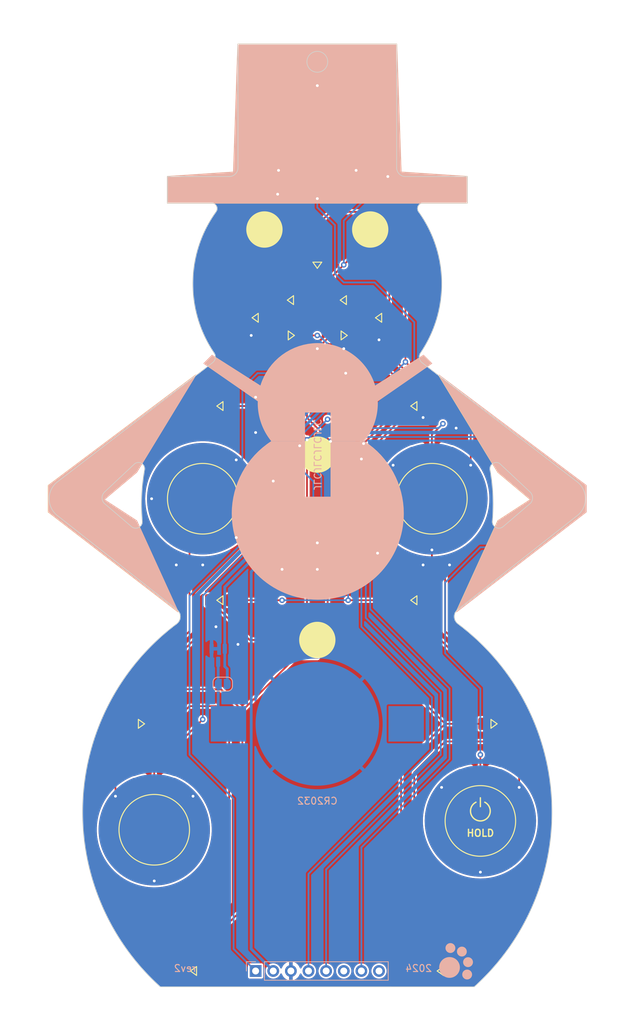
<source format=kicad_pcb>
(kicad_pcb (version 20241229) (generator "pcbnew") (generator_version "9.0")
  (layers (0 "F.Cu" signal) (2 "B.Cu" signal) (13 "F.Paste" user) (15 "B.Paste" user) (5 "F.SilkS" user "F.Silkscreen") (7 "B.SilkS" user "B.Silkscreen") (1 "F.Mask" user) (3 "B.Mask" user) (25 "Edge.Cuts" user))
  (net 0 "")
  (net 1 "VCC")
  (net 2 "GND")
  (net 3 "/COL1")
  (net 4 "/COL2")
  (net 5 "/COL3")
  (net 6 "/MCLR")
  (net 7 "/TX")
  (net 8 "/PGED")
  (net 9 "/PGEC")
  (net 10 "/ROW1")
  (net 11 "/T1")
  (net 12 "/GRD")
  (net 13 "/T2")
  (net 14 "/T3")
  (net 15 "/T4")
  (net 17 "/ROW2")
  (net 18 "/ROW3")
  (net 19 "/C1")
  (net 20 "/GRDA")
  (net 21 "/GRDB")
  (net 22 "/T5")
  (net 23 "/C2")
  (net 24 "/C3")
  (net 25 "/C4")
  (net 26 "/COL4")
  (net 28 "/VBATT")
  (footprint "WinterDeco:LED_1206_3216Metric_Pad1.42x1.75mm_Arrow_HandSolder" (layer "F.Cu") (at 161.29 71.12 180)
    (property "Reference" "DB12" (hide yes))
    (property "Value" "LED")
  )
  (footprint "WinterDeco:LED_1206_3216Metric_Pad1.42x1.75mm_Arrow_HandSolder" (layer "F.Cu") (at 179.07 109.22)
    (property "Reference" "DB21" (hide yes))
    (property "Value" "LED")
  )
  (footprint "WinterDeco:LED_1206_3216Metric_Pad1.42x1.75mm_Arrow_HandSolder" (layer "F.Cu") (at 168.91 71.12 180)
    (property "Reference" "DF42" (hide yes))
    (property "Value" "LED")
  )
  (footprint "WinterDeco:LED_1206_3216Metric_Pad1.42x1.75mm_Arrow_HandSolder" (layer "F.Cu") (at 165.1 106.045 180)
    (property "Reference" "DB31" (hide yes))
    (property "Value" "LED")
  )
  (footprint "WinterDeco:LED_1206_3216Metric_Pad1.42x1.75mm_Arrow_HandSolder" (layer "F.Cu") (at 156.21 68.58)
    (property "Reference" "DF13" (hide yes))
    (property "Value" "LED")
  )
  (footprint "WinterDeco:Touch Sensor Thin" (layer "F.Cu") (at 141.605 142.24 180)
    (property "Reference" "SW1" (hide yes))
    (property "Value" "TOUCH_SENSOR")
  )
  (footprint "WinterDeco:LED_1206_3216Metric_Pad1.42x1.75mm_Arrow_HandSolder" (layer "F.Cu") (at 165.1 79.375 180)
    (property "Reference" "DB13" (hide yes))
    (property "Value" "LED")
  )
  (footprint "WinterDeco:LED_1206_3216Metric_Pad1.42x1.75mm_Arrow_HandSolder" (layer "F.Cu") (at 165.1 88.265 180)
    (property "Reference" "DF23" (hide yes))
    (property "Value" "LED")
  )
  (footprint "WinterDeco:LED_1206_3216Metric_Pad1.42x1.75mm_Arrow_HandSolder" (layer "F.Cu") (at 172.72 31.75 180)
    (property "Reference" "DB43" (hide yes))
    (property "Value" "LED")
  )
  (footprint "WinterDeco:LED_1206_3216Metric_Pad1.42x1.75mm_Arrow_HandSolder" (layer "F.Cu") (at 157.48 31.75)
    (property "Reference" "DF43" (hide yes))
    (property "Value" "LED")
  )
  (footprint "WinterDeco:Touch Sensor Thin" (layer "F.Cu") (at 148.59 94.615 90)
    (property "Reference" "SW2" (hide yes))
    (property "Value" "TOUCH_SENSOR")
  )
  (footprint "WinterDeco:LED_1206_3216Metric_Pad1.42x1.75mm_Arrow_HandSolder" (layer "F.Cu") (at 139.7 127 180)
    (property "Reference" "DB32" (hide yes))
    (property "Value" "LED")
  )
  (footprint "WinterDeco:LED_1206_3216Metric_Pad1.42x1.75mm_Arrow_HandSolder" (layer "F.Cu") (at 172.72 55.88 180)
    (property "Reference" "DF41" (hide yes))
    (property "Value" "LED")
  )
  (footprint "WinterDeco:LED_1206_3216Metric_Pad1.42x1.75mm_Arrow_HandSolder" (layer "F.Cu") (at 190.5 127 180)
    (property "Reference" "DF33" (hide yes))
    (property "Value" "LED")
  )
  (footprint "WinterDeco:Touch Sensor Thin" (layer "F.Cu") (at 181.61 94.615 180)
    (property "Reference" "SW4" (hide yes))
    (property "Value" "TOUCH_SENSOR")
  )
  (footprint "WinterDeco:LED_1206_3216Metric_Pad1.42x1.75mm_Arrow_HandSolder" (layer "F.Cu") (at 161.29 66.04)
    (property "Reference" "DF12" (hide yes))
    (property "Value" "LED")
  )
  (footprint "WinterDeco:LED_1206_3216Metric_Pad1.42x1.75mm_Arrow_HandSolder" (layer "F.Cu") (at 179.07 81.28)
    (property "Reference" "DB22" (hide yes))
    (property "Value" "LED")
  )
  (footprint "WinterDeco:LED_1206_3216Metric_Pad1.42x1.75mm_Arrow_HandSolder" (layer "F.Cu") (at 182.88 162.56)
    (property "Reference" "DB33" (hide yes))
    (property "Value" "LED")
  )
  (footprint "WinterDeco:LED_1206_3216Metric_Pad1.42x1.75mm_Arrow_HandSolder" (layer "F.Cu") (at 151.13 81.28)
    (property "Reference" "DF22" (hide yes))
    (property "Value" "LED")
  )
  (footprint "WinterDeco:LED_1206_3216Metric_Pad1.42x1.75mm_Arrow_HandSolder" (layer "F.Cu") (at 173.99 68.58)
    (property "Reference" "DB41" (hide yes))
    (property "Value" "LED")
  )
  (footprint "WinterDeco:LED_1206_3216Metric_Pad1.42x1.75mm_Arrow_HandSolder" (layer "F.Cu") (at 165.1 97.155)
    (property "Reference" "DB23" (hide yes))
    (property "Value" "LED")
  )
  (footprint "WinterDeco:LED_1206_3216Metric_Pad1.42x1.75mm_Arrow_HandSolder" (layer "F.Cu") (at 165.1 114.935)
    (property "Reference" "DF31" (hide yes))
    (property "Value" "LED")
  )
  (footprint "WinterDeco:LED_1206_3216Metric_Pad1.42x1.75mm_Arrow_HandSolder" (layer "F.Cu") (at 157.48 55.88)
    (property "Reference" "DF11" (hide yes))
    (property "Value" "LED")
  )
  (footprint "WinterDeco:LED_1206_3216Metric_Pad1.42x1.75mm_Arrow_HandSolder" (layer "F.Cu") (at 165.1 60.96 90)
    (property "Reference" "DB11" (hide yes))
    (property "Value" "LED")
  )
  (footprint "WinterDeco:LED_1206_3216Metric_Pad1.42x1.75mm_Arrow_HandSolder" (layer "F.Cu") (at 151.13 109.22)
    (property "Reference" "DF21" (hide yes))
    (property "Value" "LED")
  )
  (footprint "WinterDeco:Touch Sensor Thin" (layer "F.Cu") (at 188.595 140.97 180)
    (property "Reference" "SW5" (hide yes))
    (property "Value" "TOUCH_SENSOR")
  )
  (footprint "WinterDeco:LED_1206_3216Metric_Pad1.42x1.75mm_Arrow_HandSolder" (layer "F.Cu") (at 147.32 162.56)
    (property "Reference" "DF32" (hide yes))
    (property "Value" "LED")
  )
  (footprint "WinterDeco:LED_1206_3216Metric_Pad1.42x1.75mm_Arrow_HandSolder" (layer "F.Cu") (at 168.91 66.04)
    (property "Reference" "DB42" (hide yes))
    (property "Value" "LED")
  )
  (footprint "WinterDeco:Touch Sensor Thin" (layer "F.Cu") (at 165.1 42.545)
    (property "Reference" "SW3" (hide yes))
    (property "Value" "TOUCH_SENSOR")
  )
  (footprint "WinterDeco:BatteryHolder_Keystone_3002_1x2032" (layer "B.Cu") (at 165.1 127 180)
    (property "Reference" "BT1" (hide yes))
    (property "Value" "CR2032")
  )
  (footprint "Connector_PinHeader_2.54mm:PinHeader_1x08_P2.54mm_Vertical" (layer "B.Cu") (at 156.21 162.56 -90)
    (property "Reference" "J1" (hide yes))
    (property "Value" "CONN_ICSP_UART")
  )
  (footprint "Package_TO_SOT_SMD:SOT-23" (layer "B.Cu") (at 150.815 117.1425 -90)
    (property "Reference" "Q1" (hide yes))
    (property "Value" "IRLML6402")
  )
  (footprint "Resistor_SMD:R_1206_3216Metric_Pad1.30x1.75mm_HandSolder" (layer "B.Cu") (at 167.005 102.87 -90)
    (property "Reference" "R2" (hide yes))
    (property "Value" "68")
  )
  (footprint "Jumper:SolderJumper-2_P1.3mm_Open_RoundedPad1.0x1.5mm" (layer "B.Cu") (at 151.4752 121.285)
    (property "Reference" "JP1" (hide yes))
    (property "Value" "JP_BYPASS_POLARITY_PROTECTION")
  )
  (footprint "Resistor_SMD:R_1206_3216Metric_Pad1.30x1.75mm_HandSolder" (layer "B.Cu") (at 163.195 78.105 -90)
    (property "Reference" "R6" (hide yes))
    (property "Value" "4k7")
  )
  (footprint "Resistor_SMD:R_1206_3216Metric_Pad1.30x1.75mm_HandSolder" (layer "B.Cu") (at 163.195 102.87 -90)
    (property "Reference" "R3" (hide yes))
    (property "Value" "68")
  )
  (footprint "Resistor_SMD:R_1206_3216Metric_Pad1.30x1.75mm_HandSolder" (layer "B.Cu") (at 159.385 78.105 90)
    (property "Reference" "R5" (hide yes))
    (property "Value" "3k3")
  )
  (footprint "Capacitor_SMD:C_1206_3216Metric_Pad1.33x1.80mm_HandSolder" (layer "B.Cu") (at 165.1 97.155)
    (property "Reference" "C1" (hide yes))
    (property "Value" "100uF")
  )
  (footprint "Resistor_SMD:R_1206_3216Metric_Pad1.30x1.75mm_HandSolder" (layer "B.Cu") (at 167.005 78.105 90)
    (property "Reference" "R4" (hide yes))
    (property "Value" "68")
  )
  (footprint "Resistor_SMD:R_1206_3216Metric_Pad1.30x1.75mm_HandSolder" (layer "B.Cu") (at 170.815 78.105 90)
    (property "Reference" "R1" (hide yes))
    (property "Value" "68")
  )
  (footprint "Package_SO:SO-20_12.8x7.5mm_P1.27mm" (layer "B.Cu") (at 165.1 88.265)
    (property "Reference" "U1")
    (property "Value" "PIC18F14 (SOP20/SSOP20)")
  )
  (gr_circle (center 157.48 55.88) (end 160.02 55.88) (stroke (width 0.15)) (fill yes) (layer "F.SilkS"))
  (gr_circle (center 172.72 55.88) (end 175.26 55.88) (stroke (width 0.15)) (fill yes) (layer "F.SilkS"))
  (gr_circle (center 165.1 97.155) (end 167.64 97.155) (stroke (width 0.15)) (fill yes) (layer "F.SilkS"))
  (gr_circle (center 165.1 106.045) (end 167.64 106.045) (stroke (width 0.15)) (fill yes) (layer "F.SilkS"))
  (gr_circle (center 165.1 88.265) (end 167.64 88.265) (stroke (width 0.15)) (fill yes) (layer "F.SilkS"))
  (gr_poly (pts (xy 126.334102 92.71) (xy 126.334102 96.52) (xy 145.003102 110.871) (xy 139.034102 97.79) (xy 134.335102 94.742) (xy 139.034102 90.805) (xy 147.543102 76.835)) (stroke (width 0.15)) (fill yes) (layer "F.SilkS"))
  (gr_poly (pts (xy 203.804102 92.71) (xy 203.804102 96.52) (xy 185.135102 110.871) (xy 191.104102 97.79) (xy 195.803102 94.742) (xy 191.104102 90.805) (xy 182.595102 76.835)) (stroke (width 0.15)) (fill yes) (layer "F.SilkS"))
  (gr_circle (center 165.1 114.935) (end 167.64 114.935) (stroke (width 0.15)) (fill yes) (layer "F.SilkS"))
  (gr_circle (center 165.1635 79.375) (end 167.7035 79.375) (stroke (width 0.15)) (fill yes) (layer "F.SilkS"))
  (gr_poly (pts (xy 177.165 47.625) (xy 186.69 48.26) (xy 186.69 52.07) (xy 143.51 52.07) (xy 143.51 48.26) (xy 153.035 47.625) (xy 153.67 29.21) (xy 176.53 29.21)) (stroke (width 0.15)) (fill yes) (layer "F.SilkS"))
  (gr_line (start 188.595 138.913517) (end 188.595 137.643517) (stroke (width 0.2)) (layer "F.SilkS"))
  (gr_arc (start 189.23 138.278517) (mid 188.595 140.97) (end 187.96 138.278517) (stroke (width 0.2)) (layer "F.SilkS"))
  (gr_circle (center 185.928 159.766) (end 185.293 159.766) (stroke (width 0.15)) (fill yes) (layer "B.SilkS"))
  (gr_circle (center 186.817 161.29) (end 186.182 161.29) (stroke (width 0.15)) (fill yes) (layer "B.SilkS"))
  (gr_poly (pts (xy 126.365 92.71) (xy 126.365 96.52) (xy 145.034 110.871) (xy 139.065 97.79) (xy 134.366 94.742) (xy 139.065 90.805) (xy 147.574 76.835)) (stroke (width 0.15)) (fill yes) (layer "B.SilkS"))
  (gr_circle (center 184.277 159.258) (end 183.642 159.258) (stroke (width 0.15)) (fill yes) (layer "B.SilkS"))
  (gr_circle (center 184.15 162.052) (end 182.730097 162.052) (stroke (width 0.15)) (fill yes) (layer "B.SilkS"))
  (gr_circle (center 186.69 163.068) (end 186.055 163.068) (stroke (width 0.15)) (fill yes) (layer "B.SilkS"))
  (gr_poly (pts (xy 165.167888 72.219978) (xy 164.813315 72.227257) (xy 164.461671 72.248795) (xy 163.768482 72.333679) (xy 163.090944 72.472694) (xy 162.431681 72.663903) (xy 161.793315 72.905369) (xy 161.178469 73.195155) (xy 160.589767 73.531324) (xy 160.02983 73.91194) (xy 159.501284 74.335065) (xy 159.006749 74.798763) (xy 158.54885 75.301097) (xy 158.130209 75.84013) (xy 157.75345 76.413925) (xy 157.421195 77.020546) (xy 157.136068 77.658055) (xy 157.011997 77.987788) (xy 156.900691 78.324516) (xy 149.927989 73.887573) (xy 148.657787 75.157265) (xy 156.528102 80.606033) (xy 156.524114 80.672524) (xy 156.520639 80.739052) (xy 156.517676 80.805603) (xy 156.515224 80.872162) (xy 156.523405 81.244279) (xy 156.547477 81.614492) (xy 156.587269 81.982324) (xy 156.642612 82.347301) (xy 156.713338 82.708946) (xy 156.799276 83.066785) (xy 156.900259 83.420341) (xy 157.016117 83.76914) (xy 157.14668 84.112706) (xy 157.291779 84.450564) (xy 157.451246 84.782237) (xy 157.624912 85.107252) (xy 157.812606 85.425131) (xy 158.01416 85.735401) (xy 158.229405 86.037585) (xy 158.458171 86.331207) (xy 163.330806 86.331268) (xy 163.330806 82.210587) (xy 167.005001 82.210587) (xy 167.005001 86.331268) (xy 171.888942 86.331268) (xy 171.884014 86.327743) (xy 172.111907 86.034021) (xy 172.32635 85.731799) (xy 172.527172 85.421549) (xy 172.714202 85.103742) (xy 172.887267 84.778851) (xy 173.046197 84.447346) (xy 173.19082 84.1097) (xy 173.320964 83.766384) (xy 173.436459 83.41787) (xy 173.537132 83.06463) (xy 173.622812 82.707134) (xy 173.693329 82.345856) (xy 173.748509 81.981266) (xy 173.788183 81.613837) (xy 173.812178 81.244039) (xy 173.820323 80.872345) (xy 173.817862 80.805762) (xy 173.814895 80.739216) (xy 173.811418 80.672698) (xy 173.80743 80.606201) (xy 181.677745 75.157425) (xy 180.407543 73.887733) (xy 173.434841 78.324676) (xy 173.323534 77.987947) (xy 173.199461 77.658213) (xy 173.062951 77.335717) (xy 172.914332 77.020701) (xy 172.75393 76.713408) (xy 172.582075 76.414078) (xy 172.399093 76.122956) (xy 172.205314 75.840281) (xy 172.001064 75.566298) (xy 171.786672 75.301247) (xy 171.562465 75.04537) (xy 171.328771 74.798911) (xy 171.085919 74.562111) (xy 170.834236 74.335212) (xy 170.57405 74.118456) (xy 170.305688 73.912085) (xy 170.02948 73.716342) (xy 169.745751 73.531469) (xy 169.454832 73.357707) (xy 169.157048 73.195299) (xy 168.852729 73.044486) (xy 168.542202 72.905512) (xy 168.225795 72.778617) (xy 167.903836 72.664045) (xy 167.576652 72.562037) (xy 167.244572 72.472835) (xy 166.907924 72.396682) (xy 166.567035 72.333819) (xy 166.222233 72.284489) (xy 165.873846 72.248934) (xy 165.522202 72.227395) (xy 165.167629 72.220116) (xy 165.167888 72.219978)) (stroke (width 0.00036)) (fill yes) (layer "B.SilkS"))
  (gr_poly (pts (xy 203.835 92.71) (xy 203.835 96.52) (xy 185.166 110.871) (xy 191.135 97.79) (xy 195.834 94.742) (xy 191.135 90.805) (xy 182.626 76.835)) (stroke (width 0.15)) (fill yes) (layer "B.SilkS"))
  (gr_poly (pts (xy 158.458218 86.331276) (xy 158.130286 86.549835) (xy 157.810691 86.777769) (xy 157.19705 87.260775) (xy 156.618378 87.778311) (xy 156.07576 88.328397) (xy 155.570277 88.909052) (xy 155.103013 89.518294) (xy 154.675052 90.154142) (xy 154.287476 90.814616) (xy 153.941369 91.497734) (xy 153.637813 92.201516) (xy 153.377893 92.923979) (xy 153.162692 93.663143) (xy 152.993292 94.417026) (xy 152.870776 95.183649) (xy 152.796229 95.961029) (xy 152.777282 96.353133) (xy 152.770733 96.747185) (xy 152.785972 97.36199) (xy 152.831403 97.972616) (xy 152.906604 98.578047) (xy 153.011156 99.177267) (xy 153.144637 99.769261) (xy 153.306626 100.353013) (xy 153.496702 100.927507) (xy 153.714445 101.491728) (xy 153.959434 102.04466) (xy 154.231248 102.585287) (xy 154.529465 103.112593) (xy 154.853666 103.625564) (xy 155.203429 104.123183) (xy 155.578333 104.604434) (xy 155.977958 105.068302) (xy 156.401882 105.513771) (xy 156.847354 105.937693) (xy 157.311224 106.337315) (xy 157.792476 106.712218) (xy 158.290094 107.061978) (xy 158.803062 107.386177) (xy 159.330363 107.684393) (xy 159.870982 107.956204) (xy 160.423903 108.201191) (xy 160.988109 108.418932) (xy 161.562584 108.609006) (xy 162.146313 108.770992) (xy 162.738279 108.90447) (xy 163.337466 109.009018) (xy 163.942859 109.084215) (xy 164.55344 109.129641) (xy 165.168194 109.144875) (xy 165.782894 109.129627) (xy 166.393428 109.084187) (xy 166.99878 109.008976) (xy 167.597931 108.904415) (xy 168.189867 108.770924) (xy 168.77357 108.608926) (xy 169.348023 108.418839) (xy 169.912211 108.201086) (xy 170.465115 107.956087) (xy 171.005721 107.684264) (xy 171.533011 107.386036) (xy 172.045968 107.061826) (xy 172.543576 106.712054) (xy 173.024818 106.33714) (xy 173.488678 105.937506) (xy 173.934139 105.513573) (xy 174.358052 105.068093) (xy 174.757665 104.604215) (xy 175.132557 104.122955) (xy 175.482307 103.62533) (xy 175.806495 103.112356) (xy 176.104699 102.585048) (xy 176.376499 102.044423) (xy 176.621473 101.491497) (xy 176.839202 100.927286) (xy 177.029264 100.352807) (xy 177.191237 99.769074) (xy 177.324703 99.177105) (xy 177.429238 98.577915) (xy 177.504424 97.972522) (xy 177.549838 97.361939) (xy 177.56506 96.747185) (xy 177.540198 95.961646) (xy 177.466325 95.184802) (xy 177.344521 94.418637) (xy 177.175863 93.665131) (xy 176.961432 92.926267) (xy 176.702305 92.204027) (xy 176.399561 91.500394) (xy 176.054279 90.81735) (xy 175.667539 90.156876) (xy 175.240418 89.520954) (xy 174.773995 88.911568) (xy 174.26935 88.330699) (xy 173.727561 87.78033) (xy 173.149707 87.262442) (xy 172.536866 86.779017) (xy 171.890118 86.332039) (xy 167.005001 86.331268) (xy 167.005001 94.319405) (xy 163.330807 94.319405) (xy 163.330807 86.331261) (xy 158.458233 86.331276)) (stroke (width 0.00036)) (fill yes) (layer "B.SilkS"))
  (gr_poly (pts (xy 177.165 47.625) (xy 186.69 48.26) (xy 186.69 52.07) (xy 143.51 52.07) (xy 143.51 48.26) (xy 153.035 47.625) (xy 153.67 29.21) (xy 176.53 29.21)) (stroke (width 0.15)) (fill yes) (layer "B.SilkS"))
  (gr_line (start 149.86 52.07) (end 143.51 52.07) (stroke (width 0.1)) (layer "Edge.Cuts"))
  (gr_arc (start 149.86 52.07) (mid 150.569952 52.508774) (end 150.495 53.34) (stroke (width 0.1)) (layer "Edge.Cuts"))
  (gr_arc (start 139.875609 97.890762) (mid 139.358495 98.755441) (end 138.35623 98.652762) (stroke (width 0.1)) (layer "Edge.Cuts"))
  (gr_arc (start 144.78 110.49) (mid 145.356998 111.570389) (end 144.776683 112.649) (stroke (width 0.1)) (layer "Edge.Cuts"))
  (gr_arc (start 189.992001 90.424) (mid 190.402199 89.537265) (end 191.379135 89.549798) (stroke (width 0.1)) (layer "Edge.Cuts"))
  (gr_line (start 143.51 48.26) (end 152.4 48.26) (stroke (width 0.1)) (layer "Edge.Cuts"))
  (gr_arc (start 180.213 75.057) (mid 179.809535 74.408766) (end 179.959 73.66) (stroke (width 0.1)) (layer "Edge.Cuts"))
  (gr_line (start 127.635 92.202) (end 149.987 75.057) (stroke (width 0.1)) (layer "Edge.Cuts"))
  (gr_line (start 153.67 46.99) (end 153.67 29.21) (stroke (width 0.1)) (layer "Edge.Cuts"))
  (gr_line (start 195.707 93.599) (end 191.379135 89.549798) (stroke (width 0.1)) (layer "Edge.Cuts"))
  (gr_arc (start 189.992001 90.424) (mid 190.416096 94.1459) (end 190.324391 97.890762) (stroke (width 0.1)) (layer "Edge.Cuts"))
  (gr_arc (start 139.875609 97.890762) (mid 139.783903 94.1459) (end 140.207999 90.424) (stroke (width 0.1)) (layer "Edge.Cuts"))
  (gr_line (start 187.722493 164.836102) (end 142.472206 164.840696) (stroke (width 0.1)) (layer "Edge.Cuts"))
  (gr_arc (start 179.705 53.34) (mid 183.040663 63.459892) (end 179.959 73.66) (stroke (width 0.1)) (layer "Edge.Cuts"))
  (gr_line (start 186.69 48.26) (end 186.69 52.07) (stroke (width 0.1)) (layer "Edge.Cuts"))
  (gr_arc (start 185.423317 112.649) (mid 184.843002 111.570389) (end 185.42 110.49) (stroke (width 0.1)) (layer "Edge.Cuts"))
  (gr_arc (start 150.241 73.66) (mid 150.390464 74.408766) (end 149.987 75.057) (stroke (width 0.1)) (layer "Edge.Cuts"))
  (gr_arc (start 134.366 95.25) (mid 134.08757 94.398198) (end 134.493 93.599) (stroke (width 0.1)) (layer "Edge.Cuts"))
  (gr_line (start 202.504606 97.074475) (end 185.42 110.49) (stroke (width 0.1)) (layer "Edge.Cuts"))
  (gr_line (start 144.78 110.49) (end 127.695394 97.074475) (stroke (width 0.1)) (layer "Edge.Cuts"))
  (gr_arc (start 202.565 92.202) (mid 203.734108 94.653103) (end 202.504606 97.074475) (stroke (width 0.1)) (layer "Edge.Cuts"))
  (gr_line (start 138.820865 89.549798) (end 134.493 93.599) (stroke (width 0.1)) (layer "Edge.Cuts"))
  (gr_line (start 191.84377 98.652762) (end 195.834 95.25) (stroke (width 0.1)) (layer "Edge.Cuts"))
  (gr_line (start 176.53 29.21) (end 176.53 46.99) (stroke (width 0.1)) (layer "Edge.Cuts"))
  (gr_arc (start 195.707 93.599) (mid 196.112429 94.398198) (end 195.834 95.25) (stroke (width 0.1)) (layer "Edge.Cuts"))
  (gr_arc (start 177.8 48.26) (mid 176.901974 47.888026) (end 176.53 46.99) (stroke (width 0.1)) (layer "Edge.Cuts"))
  (gr_arc (start 142.472206 164.840696) (mid 131.305429 138.200913) (end 144.776683 112.649) (stroke (width 0.1)) (layer "Edge.Cuts"))
  (gr_arc (start 179.705 53.34) (mid 179.630048 52.508774) (end 180.34 52.07) (stroke (width 0.1)) (layer "Edge.Cuts"))
  (gr_line (start 177.8 48.26) (end 186.69 48.26) (stroke (width 0.1)) (layer "Edge.Cuts"))
  (gr_line (start 143.51 52.07) (end 143.51 48.26) (stroke (width 0.1)) (layer "Edge.Cuts"))
  (gr_arc (start 185.423317 112.649) (mid 198.889277 138.199936) (end 187.722493 164.836102) (stroke (width 0.1)) (layer "Edge.Cuts"))
  (gr_arc (start 127.695394 97.074475) (mid 126.465893 94.653103) (end 127.635 92.202) (stroke (width 0.1)) (layer "Edge.Cuts"))
  (gr_line (start 186.69 52.07) (end 180.34 52.07) (stroke (width 0.1)) (layer "Edge.Cuts"))
  (gr_line (start 153.67 29.21) (end 176.53 29.21) (stroke (width 0.1)) (layer "Edge.Cuts"))
  (gr_line (start 134.366 95.25) (end 138.35623 98.652762) (stroke (width 0.1)) (layer "Edge.Cuts"))
  (gr_arc (start 191.84377 98.652762) (mid 190.841504 98.755442) (end 190.324391 97.890762) (stroke (width 0.1)) (layer "Edge.Cuts"))
  (gr_arc (start 138.820865 89.549798) (mid 139.797801 89.537264) (end 140.207999 90.424) (stroke (width 0.1)) (layer "Edge.Cuts"))
  (gr_arc (start 153.67 46.99) (mid 153.298026 47.888026) (end 152.4 48.26) (stroke (width 0.1)) (layer "Edge.Cuts"))
  (gr_line (start 180.213 75.057) (end 202.565 92.202) (stroke (width 0.1)) (layer "Edge.Cuts"))
  (gr_circle (center 165.1 31.75) (end 166.6 31.75) (stroke (width 0.1)) (fill no) (layer "Edge.Cuts"))
  (gr_arc (start 150.241 73.66) (mid 147.157114 63.459864) (end 150.495 53.34) (stroke (width 0.1)) (layer "Edge.Cuts"))
  (gr_text "HOLD" (at 188.595 142.723517 0) (layer "F.SilkS") (effects (font (size 1 1) (thickness 0.2))))
  (gr_text "JLCJLCJLCJLC" (at 165.1 88.265 -90) (layer "B.SilkS") (effects (font (size 1 1) (thickness 0.153)) (justify mirror)))
  (gr_text "2024" (at 179.705 162.179 0) (layer "B.SilkS") (effects (font (size 1 1) (thickness 0.153)) (justify mirror)))
  (gr_text "rev2" (at 146.05 162.179 0) (layer "B.SilkS") (effects (font (size 1 1) (thickness 0.153)) (justify mirror)))
  (segment (start 151.765 107.315) (end 151.765 116.205) (width 0.4) (layer "B.Cu") (net 1))
  (segment (start 152.1252 119.1052) (end 152.1252 121.285) (width 0.4) (layer "B.Cu") (net 1))
  (segment (start 163.5375 97.155) (end 163.5375 95.5925) (width 0.4) (layer "B.Cu") (net 1))
  (segment (start 161.925 97.155) (end 151.765 107.315) (width 0.4) (layer "B.Cu") (net 1))
  (segment (start 151.765 118.745) (end 152.1252 119.1052) (width 0.4) (layer "B.Cu") (net 1))
  (segment (start 161.925 93.98) (end 160.35 93.98) (width 0.4) (layer "B.Cu") (net 1))
  (segment (start 163.5375 97.155) (end 161.925 97.155) (width 0.4) (layer "B.Cu") (net 1))
  (segment (start 155.575 159.385) (end 155.575 105.1175) (width 0.4) (layer "B.Cu") (net 1))
  (segment (start 155.575 105.1175) (end 163.5375 97.155) (width 0.4) (layer "B.Cu") (net 1))
  (segment (start 158.75 162.56) (end 155.575 159.385) (width 0.4) (layer "B.Cu") (net 1))
  (segment (start 163.5375 95.5925) (end 161.925 93.98) (width 0.4) (layer "B.Cu") (net 1))
  (segment (start 151.765 116.205) (end 151.765 118.745) (width 0.4) (layer "B.Cu") (net 1))
  (via (at 153.67 115.57) (size 0.8) (drill 0.4) (layers "F.Cu" "B.Cu") (net 2))
  (via (at 185.1025 84.455) (size 0.8) (drill 0.4) (layers "F.Cu" "B.Cu") (net 2))
  (via (at 150.495 113.03) (size 0.8) (drill 0.4) (layers "F.Cu" "B.Cu") (net 2))
  (via (at 155.575 71.12) (size 0.8) (drill 0.4) (layers "F.Cu" "B.Cu") (net 2))
  (via (at 148.59 104.14) (size 0.8) (drill 0.4) (layers "F.Cu" "B.Cu") (net 2))
  (via (at 156.21 85.09) (size 0.8) (drill 0.4) (layers "F.Cu" "B.Cu") (net 2))
  (via (at 173.99 71.755) (size 0.8) (drill 0.4) (layers "F.Cu" "B.Cu") (net 2))
  (via (at 159.385 50.8) (size 0.8) (drill 0.4) (layers "F.Cu" "B.Cu") (net 2))
  (via (at 160.02 104.775) (size 0.8) (drill 0.4) (layers "F.Cu" "B.Cu") (net 2))
  (via (at 184.15 104.14) (size 0.8) (drill 0.4) (layers "F.Cu" "B.Cu") (net 2))
  (via (at 156.21 80.01) (size 0.8) (drill 0.4) (layers "F.Cu" "B.Cu") (net 2))
  (via (at 144.78 104.14) (size 0.8) (drill 0.4) (layers "F.Cu" "B.Cu") (net 2))
  (via (at 180.34 104.14) (size 0.8) (drill 0.4) (layers "F.Cu" "B.Cu") (net 2))
  (via (at 168.91 73.025) (size 0.8) (drill 0.4) (layers "F.Cu" "B.Cu") (net 2))
  (via (at 180.34 82.931) (size 0.8) (drill 0.4) (layers "F.Cu" "B.Cu") (net 2))
  (segment (start 166.6625 97.155) (end 167.64 97.155) (width 0.25) (layer "B.Cu") (net 2))
  (segment (start 169.85 94.945) (end 169.85 93.98) (width 0.25) (layer "B.Cu") (net 2))
  (segment (start 167.64 97.155) (end 169.85 94.945) (width 0.25) (layer "B.Cu") (net 2))
  (segment (start 169.19 81.28) (end 170.815 79.655) (width 0.25) (layer "B.Cu") (net 3))
  (segment (start 161.925 86.36) (end 167.005 81.28) (width 0.25) (layer "B.Cu") (net 3))
  (segment (start 160.35 86.36) (end 161.925 86.36) (width 0.25) (layer "B.Cu") (net 3))
  (segment (start 167.005 81.28) (end 169.19 81.28) (width 0.25) (layer "B.Cu") (net 3))
  (segment (start 160.35 87.63) (end 161.80596 87.63) (width 0.25) (layer "B.Cu") (net 4))
  (segment (start 161.80596 87.63) (end 165.67548 91.49952) (width 0.25) (layer "B.Cu") (net 4))
  (segment (start 165.67548 99.99048) (end 165.67548 91.49952) (width 0.25) (layer "B.Cu") (net 4))
  (segment (start 167.005 101.32) (end 165.67548 99.99048) (width 0.25) (layer "B.Cu") (net 4))
  (segment (start 161.29 88.9) (end 160.35 88.9) (width 0.25) (layer "B.Cu") (net 5))
  (segment (start 164.52452 99.99048) (end 164.52452 92.13452) (width 0.25) (layer "B.Cu") (net 5))
  (segment (start 164.52452 92.13452) (end 161.29 88.9) (width 0.25) (layer "B.Cu") (net 5))
  (segment (start 163.195 101.32) (end 164.52452 99.99048) (width 0.25) (layer "B.Cu") (net 5))
  (segment (start 153.035 137.795) (end 153.035 159.385) (width 0.25) (layer "B.Cu") (net 6))
  (segment (start 146.685 131.445) (end 153.035 137.795) (width 0.25) (layer "B.Cu") (net 6))
  (segment (start 157.48 91.44) (end 157.48 97.79) (width 0.25) (layer "B.Cu") (net 6))
  (segment (start 153.035 159.385) (end 156.21 162.56) (width 0.25) (layer "B.Cu") (net 6))
  (segment (start 158.75 90.17) (end 157.48 91.44) (width 0.25) (layer "B.Cu") (net 6))
  (segment (start 160.35 90.17) (end 158.75 90.17) (width 0.25) (layer "B.Cu") (net 6))
  (segment (start 157.48 97.79) (end 146.685 108.585) (width 0.25) (layer "B.Cu") (net 6))
  (segment (start 146.685 108.585) (end 146.685 131.445) (width 0.25) (layer "B.Cu") (net 6))
  (segment (start 169.85 90.17) (end 170.815 90.17) (width 0.25) (layer "B.Cu") (net 7))
  (segment (start 172.72 110.49) (end 172.72 92.075) (width 0.25) (layer "B.Cu") (net 7))
  (segment (start 184.15 132.08) (end 184.15 121.92) (width 0.25) (layer "B.Cu") (net 7))
  (segment (start 170.815 90.17) (end 172.72 92.075) (width 0.25) (layer "B.Cu") (net 7))
  (segment (start 171.45 162.56) (end 171.45 144.78) (width 0.25) (layer "B.Cu") (net 7))
  (segment (start 171.45 144.78) (end 184.15 132.08) (width 0.25) (layer "B.Cu") (net 7))
  (segment (start 184.15 121.92) (end 172.72 110.49) (width 0.25) (layer "B.Cu") (net 7))
  (segment (start 171.45 113.03) (end 171.45 93.345) (width 0.25) (layer "B.Cu") (net 8))
  (segment (start 163.83 148.59) (end 181.61 130.81) (width 0.25) (layer "B.Cu") (net 8))
  (segment (start 171.45 93.345) (end 170.815 92.71) (width 0.25) (layer "B.Cu") (net 8))
  (segment (start 163.83 162.56) (end 163.83 148.59) (width 0.25) (layer "B.Cu") (net 8))
  (segment (start 181.61 130.81) (end 181.61 123.19) (width 0.25) (layer "B.Cu") (net 8))
  (segment (start 170.815 92.71) (end 169.85 92.71) (width 0.25) (layer "B.Cu") (net 8))
  (segment (start 181.61 123.19) (end 171.45 113.03) (width 0.25) (layer "B.Cu") (net 8))
  (segment (start 166.37 162.56) (end 166.37 147.955) (width 0.25) (layer "B.Cu") (net 9))
  (segment (start 170.815 91.44) (end 172.085 92.71) (width 0.25) (layer "B.Cu") (net 9))
  (segment (start 166.37 147.955) (end 182.88 131.445) (width 0.25) (layer "B.Cu") (net 9))
  (segment (start 182.88 122.555) (end 172.085 111.76) (width 0.25) (layer "B.Cu") (net 9))
  (segment (start 172.085 92.71) (end 172.085 111.76) (width 0.25) (layer "B.Cu") (net 9))
  (segment (start 182.88 131.445) (end 182.88 122.555) (width 0.25) (layer "B.Cu") (net 9))
  (segment (start 169.85 91.44) (end 170.815 91.44) (width 0.25) (layer "B.Cu") (net 9))
  (segment (start 168.275 99.06) (end 170.3975 99.06) (width 0.25) (layer "F.Cu") (net 10))
  (segment (start 171.6675 53.34) (end 174.2075 55.88) (width 0.25) (layer "F.Cu") (net 10))
  (segment (start 182.245 80.645) (end 175.4775 73.8775) (width 0.25) (layer "F.Cu") (net 10))
  (segment (start 174.2075 61.8125) (end 175.4775 63.0825) (width 0.25) (layer "F.Cu") (net 10))
  (segment (start 182.245 80.645) (end 182.245 82.55) (width 0.25) (layer "F.Cu") (net 10))
  (segment (start 170.3975 99.06) (end 173.78125 102.44375) (width 0.25) (layer "F.Cu") (net 10))
  (segment (start 158.5325 53.34) (end 155.9925 55.88) (width 0.25) (layer "F.Cu") (net 10))
  (segment (start 163.6125 103.7225) (end 163.6125 106.045) (width 0.25) (layer "F.Cu") (net 10))
  (segment (start 165.1 55.245) (end 167.005 53.34) (width 0.25) (layer "F.Cu") (net 10))
  (segment (start 149.6425 109.22) (end 155.3575 114.935) (width 0.25) (layer "F.Cu") (net 10))
  (segment (start 165.1 59.4725) (end 165.1 55.245) (width 0.25) (layer "F.Cu") (net 10))
  (segment (start 163.6125 103.7225) (end 168.275 99.06) (width 0.25) (layer "F.Cu") (net 10))
  (segment (start 163.6125 106.045) (end 163.6125 114.935) (width 0.25) (layer "F.Cu") (net 10))
  (segment (start 165.1 55.245) (end 163.195 53.34) (width 0.25) (layer "F.Cu") (net 10))
  (segment (start 175.4775 63.0825) (end 175.4775 68.58) (width 0.25) (layer "F.Cu") (net 10))
  (segment (start 174.2075 55.88) (end 174.2075 61.8125) (width 0.25) (layer "F.Cu") (net 10))
  (segment (start 182.245 82.55) (end 181.064511 83.730489) (width 0.25) (layer "F.Cu") (net 10))
  (segment (start 175.4775 68.58) (end 175.4775 73.8775) (width 0.25) (layer "F.Cu") (net 10))
  (segment (start 155.3575 114.935) (end 163.6125 114.935) (width 0.25) (layer "F.Cu") (net 10))
  (segment (start 181.064511 83.730489) (end 176.619511 83.730489) (width 0.25) (layer "F.Cu") (net 10))
  (segment (start 173.78125 102.44375) (end 180.5575 109.22) (width 0.25) (layer "F.Cu") (net 10))
  (segment (start 163.195 53.34) (end 158.5325 53.34) (width 0.25) (layer "F.Cu") (net 10))
  (segment (start 176.619511 83.730489) (end 171.45 88.9) (width 0.25) (layer "F.Cu") (net 10))
  (segment (start 167.005 53.34) (end 171.6675 53.34) (width 0.25) (layer "F.Cu") (net 10))
  (via (at 173.78125 102.44375) (size 0.8) (drill 0.4) (layers "F.Cu" "B.Cu") (net 10))
  (via (at 171.45 88.9) (size 0.8) (drill 0.4) (layers "F.Cu" "B.Cu") (net 10))
  (segment (start 173.26117 90.71117) (end 173.26117 101.92367) (width 0.25) (layer "B.Cu") (net 10))
  (segment (start 173.26117 101.92367) (end 173.78125 102.44375) (width 0.25) (layer "B.Cu") (net 10))
  (segment (start 171.45 88.9) (end 173.26117 90.71117) (width 0.25) (layer "B.Cu") (net 10))
  (segment (start 169.85 88.9) (end 171.45 88.9) (width 0.25) (layer "B.Cu") (net 10))
  (segment (start 141.605 133.35) (end 148.59 126.365) (width 0.25) (layer "F.Cu") (net 11))
  (segment (start 141.605 142.24) (end 141.605 133.35) (width 0.25) (layer "F.Cu") (net 11))
  (via (at 148.59 126.365) (size 0.8) (drill 0.4) (layers "F.Cu" "B.Cu") (net 11))
  (segment (start 160.35 92.71) (end 159.385 92.71) (width 0.25) (layer "B.Cu") (net 11))
  (segment (start 148.59 126.365) (end 148.59 108.585) (width 0.25) (layer "B.Cu") (net 11))
  (segment (start 158.75 93.345) (end 158.75 98.425) (width 0.25) (layer "B.Cu") (net 11))
  (segment (start 158.75 98.425) (end 148.59 108.585) (width 0.25) (layer "B.Cu") (net 11))
  (segment (start 159.385 92.71) (end 158.75 93.345) (width 0.25) (layer "B.Cu") (net 11))
  (segment (start 183.515 113.665) (end 183.515 105.41) (width 0.25) (layer "F.Cu") (net 12))
  (segment (start 171.45 46.355) (end 177.8 52.705) (width 0.25) (layer "F.Cu") (net 12))
  (segment (start 194.183 136.144) (end 194.183 124.333) (width 0.25) (layer "F.Cu") (net 12))
  (segment (start 177.8 74.93) (end 177.8 52.705) (width 0.25) (layer "F.Cu") (net 12))
  (segment (start 177.8 74.93) (end 187.198 84.328) (width 0.25) (layer "F.Cu") (net 12))
  (segment (start 136.017 137.414) (end 136.017 124.333) (width 0.25) (layer "F.Cu") (net 12))
  (segment (start 136.017 124.333) (end 146.685 113.665) (width 0.25) (layer "F.Cu") (net 12))
  (segment (start 181.61 103.505) (end 181.61 101.981) (width 0.25) (layer "F.Cu") (net 12))
  (segment (start 183.515 105.41) (end 181.61 103.505) (width 0.25) (layer "F.Cu") (net 12))
  (segment (start 194.183 124.333) (end 183.515 113.665) (width 0.25) (layer "F.Cu") (net 12))
  (segment (start 187.198 84.328) (end 187.198 89.789) (width 0.25) (layer "F.Cu") (net 12))
  (segment (start 146.685 113.665) (end 146.685 102.235) (width 0.25) (layer "F.Cu") (net 12))
  (via (at 177.8 74.93) (size 0.8) (drill 0.4) (layers "F.Cu" "B.Cu") (net 12))
  (segment (start 163.195 76.555) (end 164.745 78.105) (width 0.25) (layer "B.Cu") (net 12))
  (segment (start 164.745 78.105) (end 174.625 78.105) (width 0.25) (layer "B.Cu") (net 12))
  (segment (start 159.385 76.555) (end 163.195 76.555) (width 0.25) (layer "B.Cu") (net 12))
  (segment (start 154.305 80.01) (end 154.305 89.535) (width 0.25) (layer "B.Cu") (net 12))
  (segment (start 154.305 80.01) (end 154.305 78.74) (width 0.25) (layer "B.Cu") (net 12))
  (segment (start 159.385 76.555) (end 156.49 76.555) (width 0.25) (layer "B.Cu") (net 12))
  (segment (start 174.625 78.105) (end 177.8 74.93) (width 0.25) (layer "B.Cu") (net 12))
  (segment (start 156.49 76.555) (end 154.305 78.74) (width 0.25) (layer "B.Cu") (net 12))
  (segment (start 156.845 94.615) (end 148.59 94.615) (width 0.25) (layer "F.Cu") (net 13))
  (segment (start 158.75 92.71) (end 156.845 94.615) (width 0.25) (layer "F.Cu") (net 13))
  (segment (start 158.75 92.075) (end 158.75 92.71) (width 0.25) (layer "F.Cu") (net 13))
  (via (at 158.75 92.075) (size 0.8) (drill 0.4) (layers "F.Cu" "B.Cu") (net 13))
  (segment (start 160.35 91.44) (end 159.385 91.44) (width 0.25) (layer "B.Cu") (net 13))
  (segment (start 159.385 91.44) (end 158.75 92.075) (width 0.25) (layer "B.Cu") (net 13))
  (segment (start 165.1 51.435) (end 165.1 42.545) (width 0.25) (layer "F.Cu") (net 14))
  (via (at 165.1 51.435) (size 0.8) (drill 0.4) (layers "F.Cu" "B.Cu") (net 14))
  (segment (start 167.64 55.245) (end 165.1 52.705) (width 0.25) (layer "B.Cu") (net 14))
  (segment (start 171.45 82.55) (end 179.07 74.93) (width 0.25) (layer "B.Cu") (net 14))
  (segment (start 167.64 62.23) (end 167.64 55.245) (width 0.25) (layer "B.Cu") (net 14))
  (segment (start 179.07 69.215) (end 173.355 63.5) (width 0.25) (layer "B.Cu") (net 14))
  (segment (start 165.1 52.705) (end 165.1 51.435) (width 0.25) (layer "B.Cu") (net 14))
  (segment (start 179.07 74.93) (end 179.07 69.215) (width 0.25) (layer "B.Cu") (net 14))
  (segment (start 173.355 63.5) (end 168.91 63.5) (width 0.25) (layer "B.Cu") (net 14))
  (segment (start 169.85 82.55) (end 171.45 82.55) (width 0.25) (layer "B.Cu") (net 14))
  (segment (start 168.91 63.5) (end 167.64 62.23) (width 0.25) (layer "B.Cu") (net 14))
  (segment (start 181.61 94.615) (end 181.61 85.4075) (width 0.25) (layer "F.Cu") (net 15))
  (segment (start 183.1975 83.82) (end 181.61 85.4075) (width 0.25) (layer "F.Cu") (net 15))
  (via (at 183.1975 83.82) (size 0.8) (drill 0.4) (layers "F.Cu" "B.Cu") (net 15))
  (segment (start 171.45 83.82) (end 172.085 84.455) (width 0.25) (layer "B.Cu") (net 15))
  (segment (start 169.85 83.82) (end 171.45 83.82) (width 0.25) (layer "B.Cu") (net 15))
  (segment (start 182.5625 84.455) (end 183.1975 83.82) (width 0.25) (layer "B.Cu") (net 15))
  (segment (start 172.085 84.455) (end 182.5625 84.455) (width 0.25) (layer "B.Cu") (net 15))
  (segment (start 170.3975 73.4425) (end 170.3975 71.12) (width 0.25) (layer "F.Cu") (net 17))
  (segment (start 178.6525 83.185) (end 180.5575 81.28) (width 0.25) (layer "F.Cu") (net 17))
  (segment (start 170.3975 71.12) (end 172.72 71.12) (width 0.25) (layer "F.Cu") (net 17))
  (segment (start 169.545 74.295) (end 170.3975 73.4425) (width 0.25) (layer "F.Cu") (net 17))
  (segment (start 152.4 152.6) (end 145.8325 159.1675) (width 0.25) (layer "F.Cu") (net 17))
  (segment (start 146.685 124.46) (end 150.495 124.46) (width 0.25) (layer "F.Cu") (net 17))
  (segment (start 139.065 129.54) (end 141.605 129.54) (width 0.25) (layer "F.Cu") (net 17))
  (segment (start 161.925 94.358304) (end 147.826652 108.456652) (width 0.25) (layer "F.Cu") (net 17))
  (segment (start 160.655 74.295) (end 169.545 74.295) (width 0.25) (layer "F.Cu") (net 17))
  (segment (start 138.2125 128.6875) (end 139.065 129.54) (width 0.25) (layer "F.Cu") (net 17))
  (segment (start 161.925 87.63) (end 161.925 94.358304) (width 0.25) (layer "F.Cu") (net 17))
  (segment (start 175.26 83.185) (end 178.6525 83.185) (width 0.25) (layer "F.Cu") (net 17))
  (segment (start 156.21 67.31) (end 157.48 66.04) (width 0.25) (layer "F.Cu") (net 17))
  (segment (start 173.99 67.31) (end 172.72 66.04) (width 0.25) (layer "F.Cu") (net 17))
  (segment (start 159.8025 71.12) (end 159.8025 73.4425) (width 0.25) (layer "F.Cu") (net 17))
  (segment (start 180.5575 81.28) (end 170.3975 71.12) (width 0.25) (layer "F.Cu") (net 17))
  (segment (start 141.605 129.54) (end 146.685 124.46) (width 0.25) (layer "F.Cu") (net 17))
  (segment (start 145.8325 162.56) (end 145.8325 159.1675) (width 0.25) (layer "F.Cu") (net 17))
  (segment (start 149.6425 78.9575) (end 157.48 71.12) (width 0.25) (layer "F.Cu") (net 17))
  (segment (start 147.826652 108.456652) (end 147.826652 114.428348) (width 0.25) (layer "F.Cu") (net 17))
  (segment (start 152.4 126.365) (end 152.4 152.6) (width 0.25) (layer "F.Cu") (net 17))
  (segment (start 138.2125 124.0425) (end 138.2125 127) (width 0.25) (layer "F.Cu") (net 17))
  (segment (start 172.72 71.12) (end 173.99 69.85) (width 0.25) (layer "F.Cu") (net 17))
  (segment (start 149.6425 81.28) (end 149.6425 78.9575) (width 0.25) (layer "F.Cu") (net 17))
  (segment (start 159.8025 71.12) (end 157.48 71.12) (width 0.25) (layer "F.Cu") (net 17))
  (segment (start 173.99 69.85) (end 173.99 67.31) (width 0.25) (layer "F.Cu") (net 17))
  (segment (start 157.48 66.04) (end 159.8025 66.04) (width 0.25) (layer "F.Cu") (net 17))
  (segment (start 172.72 66.04) (end 170.3975 66.04) (width 0.25) (layer "F.Cu") (net 17))
  (segment (start 147.826652 114.428348) (end 138.2125 124.0425) (width 0.25) (layer "F.Cu") (net 17))
  (segment (start 171.7675 86.6775) (end 175.26 83.185) (width 0.25) (layer "F.Cu") (net 17))
  (segment (start 138.2125 127) (end 138.2125 128.6875) (width 0.25) (layer "F.Cu") (net 17))
  (segment (start 150.495 124.46) (end 152.4 126.365) (width 0.25) (layer "F.Cu") (net 17))
  (segment (start 157.48 71.12) (end 156.21 69.85) (width 0.25) (layer "F.Cu") (net 17))
  (segment (start 159.8025 73.4425) (end 160.655 74.295) (width 0.25) (layer "F.Cu") (net 17))
  (segment (start 162.56 86.995) (end 161.925 87.63) (width 0.25) (layer "F.Cu") (net 17))
  (segment (start 156.21 69.85) (end 156.21 67.31) (width 0.25) (layer "F.Cu") (net 17))
  (via (at 162.56 86.995) (size 0.8) (drill 0.4) (layers "F.Cu" "B.Cu") (net 17))
  (via (at 171.7675 86.6775) (size 0.8) (drill 0.4) (layers "F.Cu" "B.Cu") (net 17))
  (segment (start 169.85 87.63) (end 163.195 87.63) (width 0.25) (layer "B.Cu") (net 17))
  (segment (start 170.815 87.63) (end 171.7675 86.6775) (width 0.25) (layer "B.Cu") (net 17))
  (segment (start 169.85 87.63) (end 170.815 87.63) (width 0.25) (layer "B.Cu") (net 17))
  (segment (start 163.195 87.63) (end 162.56 86.995) (width 0.25) (layer "B.Cu") (net 17))
  (segment (start 179.07 153.67) (end 184.3675 158.9675) (width 0.25) (layer "F.Cu") (net 18))
  (segment (start 151.13 82.55) (end 151.13 80.01) (width 0.25) (layer "F.Cu") (net 18))
  (segment (start 166.5875 86.7775) (end 167.005 86.36) (width 0.25) (layer "F.Cu") (net 18))
  (segment (start 147.955 82.55) (end 148.59 83.185) (width 0.25) (layer "F.Cu") (net 18))
  (segment (start 152.4 67.945) (end 151.765 67.31) (width 0.25) (layer "F.Cu") (net 18))
  (segment (start 166.5875 97.155) (end 171.45 97.155) (width 0.25) (layer "F.Cu") (net 18))
  (segment (start 169.3275 29.845) (end 157.8975 29.845) (width 0.25) (layer "F.Cu") (net 18))
  (segment (start 171.45 97.155) (end 182.245 107.95) (width 0.25) (layer "F.Cu") (net 18))
  (segment (start 184.3675 158.9675) (end 184.3675 162.56) (width 0.25) (layer "F.Cu") (net 18))
  (segment (start 167.005 86.36) (end 163.6125 82.9675) (width 0.25) (layer "F.Cu") (net 18))
  (segment (start 155.9925 51.0175) (end 152.4 54.61) (width 0.25) (layer "F.Cu") (net 18))
  (segment (start 171.2325 31.75) (end 169.3275 29.845) (width 0.25) (layer "F.Cu") (net 18))
  (segment (start 183.515 129.54) (end 179.07 133.985) (width 0.25) (layer "F.Cu") (net 18))
  (segment (start 155.9925 31.75) (end 155.9925 51.0175) (width 0.25) (layer "F.Cu") (net 18))
  (segment (start 182.245 114.3) (end 191.9875 124.0425) (width 0.25) (layer "F.Cu") (net 18))
  (segment (start 157.8975 29.845) (end 155.9925 31.75) (width 0.25) (layer "F.Cu") (net 18))
  (segment (start 151.13 80.01) (end 153.035 78.105) (width 0.25) (layer "F.Cu") (net 18))
  (segment (start 150.495 83.185) (end 151.13 82.55) (width 0.25) (layer "F.Cu") (net 18))
  (segment (start 153.035 78.105) (end 162.3425 78.105) (width 0.25) (layer "F.Cu") (net 18))
  (segment (start 191.135 129.54) (end 183.515 129.54) (width 0.25) (layer "F.Cu") (net 18))
  (segment (start 151.765 67.31) (end 151.765 55.245) (width 0.25) (layer "F.Cu") (net 18))
  (segment (start 152.4 67.945) (end 153.035 68.58) (width 0.25) (layer "F.Cu") (net 18))
  (segment (start 154.7225 71.9725) (end 147.955 78.74) (width 0.25) (layer "F.Cu") (net 18))
  (segment (start 154.7225 68.58) (end 154.7225 71.9725) (width 0.25) (layer "F.Cu") (net 18))
  (segment (start 162.3425 78.105) (end 163.6125 79.375) (width 0.25) (layer "F.Cu") (net 18))
  (segment (start 153.035 68.58) (end 154.7225 68.58) (width 0.25) (layer "F.Cu") (net 18))
  (segment (start 148.59 83.185) (end 150.495 83.185) (width 0.25) (layer "F.Cu") (net 18))
  (segment (start 147.955 78.74) (end 147.955 82.55) (width 0.25) (layer "F.Cu") (net 18))
  (segment (start 191.9875 128.6875) (end 191.135 129.54) (width 0.25) (layer "F.Cu") (net 18))
  (segment (start 151.765 55.245) (end 152.4 54.61) (width 0.25) (layer "F.Cu") (net 18))
  (segment (start 191.9875 124.0425) (end 191.9875 127) (width 0.25) (layer "F.Cu") (net 18))
  (segment (start 179.07 133.985) (end 179.07 153.67) (width 0.25) (layer "F.Cu") (net 18))
  (segment (start 166.5875 88.265) (end 166.5875 86.7775) (width 0.25) (layer "F.Cu") (net 18))
  (segment (start 163.6125 82.9675) (end 163.6125 79.375) (width 0.25) (layer "F.Cu") (net 18))
  (segment (start 182.245 107.95) (end 182.245 114.3) (width 0.25) (layer "F.Cu") (net 18))
  (segment (start 191.9875 127) (end 191.9875 128.6875) (width 0.25) (layer "F.Cu") (net 18))
  (segment (start 166.5875 88.265) (end 166.5875 97.155) (width 0.25) (layer "F.Cu") (net 18))
  (via (at 167.005 86.36) (size 0.8) (drill 0.4) (layers "F.Cu" "B.Cu") (net 18))
  (segment (start 167.005 86.36) (end 169.85 86.36) (width 0.25) (layer "B.Cu") (net 18))
  (segment (start 158.9675 58.6375) (end 158.9675 55.88) (width 0.25) (layer "F.Cu") (net 19))
  (segment (start 162.7775 62.4475) (end 158.9675 58.6375) (width 0.25) (layer "F.Cu") (net 19))
  (segment (start 161.925 68.58) (end 157.6975 68.58) (width 0.25) (layer "F.Cu") (net 19))
  (segment (start 162.7775 69.4325) (end 161.925 68.58) (width 0.25) (layer "F.Cu") (net 19))
  (segment (start 166.5875 79.375) (end 166.5875 79.1575) (width 0.25) (layer "F.Cu") (net 19))
  (segment (start 162.7775 71.12) (end 162.7775 69.4325) (width 0.25) (layer "F.Cu") (net 19))
  (segment (start 162.7775 64.77) (end 165.1 62.4475) (width 0.25) (layer "F.Cu") (net 19))
  (segment (start 165.1 62.4475) (end 162.7775 62.4475) (width 0.25) (layer "F.Cu") (net 19))
  (segment (start 162.7775 66.04) (end 162.7775 64.77) (width 0.25) (layer "F.Cu") (net 19))
  (segment (start 162.7775 71.12) (end 165.1 71.12) (width 0.25) (layer "F.Cu") (net 19))
  (segment (start 162.7775 67.7275) (end 162.7775 66.04) (width 0.25) (layer "F.Cu") (net 19))
  (segment (start 166.5875 79.1575) (end 169.19 76.555) (width 0.25) (layer "F.Cu") (net 19))
  (segment (start 161.925 68.58) (end 162.7775 67.7275) (width 0.25) (layer "F.Cu") (net 19))
  (via (at 165.1 71.12) (size 0.8) (drill 0.4) (layers "F.Cu" "B.Cu") (net 19))
  (via (at 169.19 76.555) (size 0.8) (drill 0.4) (layers "F.Cu" "B.Cu") (net 19))
  (segment (start 170.815 76.555) (end 169.19 76.555) (width 0.25) (layer "B.Cu") (net 19))
  (segment (start 165.38 71.12) (end 165.1 71.12) (width 0.25) (layer "B.Cu") (net 19))
  (segment (start 170.815 76.555) (end 165.38 71.12) (width 0.25) (layer "B.Cu") (net 19))
  (segment (start 159.385 83.82) (end 158.115 82.55) (width 0.25) (layer "B.Cu") (net 20))
  (segment (start 158.115 80.925) (end 159.385 79.655) (width 0.25) (layer "B.Cu") (net 20))
  (segment (start 160.35 83.82) (end 159.385 83.82) (width 0.25) (layer "B.Cu") (net 20))
  (segment (start 158.115 82.55) (end 158.115 80.925) (width 0.25) (layer "B.Cu") (net 20))
  (segment (start 163.195 81.28) (end 163.195 79.655) (width 0.25) (layer "B.Cu") (net 21))
  (segment (start 161.925 82.55) (end 163.195 81.28) (width 0.25) (layer "B.Cu") (net 21))
  (segment (start 160.35 82.55) (end 161.925 82.55) (width 0.25) (layer "B.Cu") (net 21))
  (segment (start 188.595 131.445) (end 188.595 140.97) (width 0.25) (layer "F.Cu") (net 22))
  (via (at 188.595 131.445) (size 0.8) (drill 0.4) (layers "F.Cu" "B.Cu") (net 22))
  (segment (start 172.085 85.725) (end 171.45 85.09) (width 0.25) (layer "B.Cu") (net 22))
  (segment (start 188.595 101.6) (end 193.04 101.6) (width 0.25) (layer "B.Cu") (net 22))
  (segment (start 183.515 106.68) (end 188.595 101.6) (width 0.25) (layer "B.Cu") (net 22))
  (segment (start 191.135 85.725) (end 172.085 85.725) (width 0.25) (layer "B.Cu") (net 22))
  (segment (start 188.595 121.92) (end 183.515 116.84) (width 0.25) (layer "B.Cu") (net 22))
  (segment (start 183.515 116.84) (end 183.515 106.68) (width 0.25) (layer "B.Cu") (net 22))
  (segment (start 199.39 95.25) (end 199.39 93.98) (width 0.25) (layer "B.Cu") (net 22))
  (segment (start 188.595 131.445) (end 188.595 121.92) (width 0.25) (layer "B.Cu") (net 22))
  (segment (start 171.45 85.09) (end 169.85 85.09) (width 0.25) (layer "B.Cu") (net 22))
  (segment (start 199.39 93.98) (end 191.135 85.725) (width 0.25) (layer "B.Cu") (net 22))
  (segment (start 193.04 101.6) (end 199.39 95.25) (width 0.25) (layer "B.Cu") (net 22))
  (segment (start 152.6175 109.22) (end 160.02 109.22) (width 0.25) (layer "F.Cu") (net 23))
  (segment (start 165.1 100.965) (end 165.1 98.6425) (width 0.25) (layer "F.Cu") (net 23))
  (segment (start 163.6125 88.265) (end 163.6125 86.1425) (width 0.25) (layer "F.Cu") (net 23))
  (segment (start 163.6125 86.1425) (end 158.75 81.28) (width 0.25) (layer "F.Cu") (net 23))
  (segment (start 169.545 81.28) (end 177.5825 81.28) (width 0.25) (layer "F.Cu") (net 23))
  (segment (start 165.1 98.6425) (end 163.6125 97.155) (width 0.25) (layer "F.Cu") (net 23))
  (segment (start 163.6125 97.155) (end 163.6125 88.265) (width 0.25) (layer "F.Cu") (net 23))
  (segment (start 177.5825 109.22) (end 169.545 109.22) (width 0.25) (layer "F.Cu") (net 23))
  (segment (start 167.64 83.185) (end 169.545 81.28) (width 0.25) (layer "F.Cu") (net 23))
  (segment (start 166.57 83.185) (end 167.64 83.185) (width 0.25) (layer "F.Cu") (net 23))
  (segment (start 158.75 81.28) (end 152.6175 81.28) (width 0.25) (layer "F.Cu") (net 23))
  (via (at 160.02 109.22) (size 0.8) (drill 0.4) (layers "F.Cu" "B.Cu") (net 23))
  (via (at 166.57 83.185) (size 0.8) (drill 0.4) (layers "F.Cu" "B.Cu") (net 23))
  (via (at 165.1 100.965) (size 0.8) (drill 0.4) (layers "F.Cu" "B.Cu") (net 23))
  (via (at 163.6125 86.1425) (size 0.8) (drill 0.4) (layers "F.Cu" "B.Cu") (net 23))
  (via (at 169.545 109.22) (size 0.8) (drill 0.4) (layers "F.Cu" "B.Cu") (net 23))
  (segment (start 160.02 109.22) (end 169.545 109.22) (width 0.25) (layer "B.Cu") (net 23))
  (segment (start 169.545 109.22) (end 169.545 105.41) (width 0.25) (layer "B.Cu") (net 23))
  (segment (start 163.6125 86.1425) (end 166.57 83.185) (width 0.25) (layer "B.Cu") (net 23))
  (segment (start 165.1 103.505) (end 165.1 100.965) (width 0.25) (layer "B.Cu") (net 23))
  (segment (start 167.005 104.42) (end 166.015 104.42) (width 0.25) (layer "B.Cu") (net 23))
  (segment (start 166.015 104.42) (end 165.1 103.505) (width 0.25) (layer "B.Cu") (net 23))
  (segment (start 169.545 105.41) (end 168.555 104.42) (width 0.25) (layer "B.Cu") (net 23))
  (segment (start 168.555 104.42) (end 167.005 104.42) (width 0.25) (layer "B.Cu") (net 23))
  (segment (start 165.1 104.775) (end 165.3175 104.775) (width 0.25) (layer "F.Cu") (net 24))
  (segment (start 165.3175 104.775) (end 166.5875 106.045) (width 0.25) (layer "F.Cu") (net 24))
  (segment (start 154.305 125.095) (end 151.23875 122.02875) (width 0.25) (layer "F.Cu") (net 24))
  (segment (start 166.5875 106.045) (end 166.5875 114.935) (width 0.25) (layer "F.Cu") (net 24))
  (segment (start 166.5875 114.935) (end 171.45 114.935) (width 0.25) (layer "F.Cu") (net 24))
  (segment (start 146.15875 122.02875) (end 141.1875 127) (width 0.25) (layer "F.Cu") (net 24))
  (segment (start 151.23875 122.02875) (end 146.15875 122.02875) (width 0.25) (layer "F.Cu") (net 24))
  (segment (start 148.8075 162.56) (end 148.8075 159.1675) (width 0.25) (layer "F.Cu") (net 24))
  (segment (start 183.515 127) (end 189.0125 127) (width 0.25) (layer "F.Cu") (net 24))
  (segment (start 148.8075 159.1675) (end 154.305 153.67) (width 0.25) (layer "F.Cu") (net 24))
  (segment (start 165.1 117.475) (end 166.5875 115.9875) (width 0.25) (layer "F.Cu") (net 24))
  (segment (start 171.45 114.935) (end 183.515 127) (width 0.25) (layer "F.Cu") (net 24))
  (segment (start 166.5875 115.9875) (end 166.5875 114.935) (width 0.25) (layer "F.Cu") (net 24))
  (segment (start 183.515 127) (end 177.165 133.35) (width 0.25) (layer "F.Cu") (net 24))
  (segment (start 177.165 154.94) (end 181.3925 159.1675) (width 0.25) (layer "F.Cu") (net 24))
  (segment (start 177.165 133.35) (end 177.165 154.94) (width 0.25) (layer "F.Cu") (net 24))
  (segment (start 161.925 117.475) (end 165.1 117.475) (width 0.25) (layer "F.Cu") (net 24))
  (segment (start 154.305 153.67) (end 154.305 125.095) (width 0.25) (layer "F.Cu") (net 24))
  (segment (start 154.305 125.095) (end 161.925 117.475) (width 0.25) (layer "F.Cu") (net 24))
  (segment (start 181.3925 159.1675) (end 181.3925 162.56) (width 0.25) (layer "F.Cu") (net 24))
  (via (at 165.1 104.775) (size 0.8) (drill 0.4) (layers "F.Cu" "B.Cu") (net 24))
  (segment (start 163.195 104.42) (end 164.745 104.42) (width 0.25) (layer "B.Cu") (net 24))
  (segment (start 164.745 104.42) (end 165.1 104.775) (width 0.25) (layer "B.Cu") (net 24))
  (segment (start 171.2325 55.88) (end 171.2325 58.6375) (width 0.25) (layer "F.Cu") (net 25))
  (segment (start 158.9675 31.75) (end 160.8725 33.655) (width 0.25) (layer "F.Cu") (net 25))
  (segment (start 168.275 68.58) (end 172.5025 68.58) (width 0.25) (layer "F.Cu") (net 25))
  (segment (start 167.4225 71.12) (end 167.005 71.12) (width 0.25) (layer "F.Cu") (net 25))
  (segment (start 175.26 32.8025) (end 174.2075 31.75) (width 0.25) (layer "F.Cu") (net 25))
  (segment (start 168.91 60.96) (end 167.4225 62.4475) (width 0.25) (layer "F.Cu") (net 25))
  (segment (start 167.4225 71.12) (end 167.4225 69.4325) (width 0.25) (layer "F.Cu") (net 25))
  (segment (start 167.4225 62.4475) (end 167.4225 66.04) (width 0.25) (layer "F.Cu") (net 25))
  (segment (start 171.2325 58.6375) (end 168.91 60.96) (width 0.25) (layer "F.Cu") (net 25))
  (segment (start 172.3025 33.655) (end 174.2075 31.75) (width 0.25) (layer "F.Cu") (net 25))
  (segment (start 167.4225 69.4325) (end 168.275 68.58) (width 0.25) (layer "F.Cu") (net 25))
  (segment (start 167.4225 67.7275) (end 168.275 68.58) (width 0.25) (layer "F.Cu") (net 25))
  (segment (start 160.8725 33.655) (end 172.3025 33.655) (width 0.25) (layer "F.Cu") (net 25))
  (segment (start 175.26 48.26) (end 175.26 32.8025) (width 0.25) (layer "F.Cu") (net 25))
  (segment (start 165.1 73.025) (end 165.735 72.39) (width 0.25) (layer "F.Cu") (net 25))
  (segment (start 167.4225 66.04) (end 167.4225 67.7275) (width 0.25) (layer "F.Cu") (net 25))
  (segment (start 167.005 71.12) (end 165.735 72.39) (width 0.25) (layer "F.Cu") (net 25))
  (via (at 165.1 73.025) (size 0.8) (drill 0.4) (layers "F.Cu" "B.Cu") (net 25))
  (via (at 168.91 60.96) (size 0.8) (drill 0.4) (layers "F.Cu" "B.Cu") (net 25))
  (via (at 175.26 48.26) (size 0.8) (drill 0.4) (layers "F.Cu" "B.Cu") (net 25))
  (segment (start 167.005 74.93) (end 165.1 73.025) (width 0.25) (layer "B.Cu") (net 25))
  (segment (start 168.91 60.96) (end 168.91 54.61) (width 0.25) (layer "B.Cu") (net 25))
  (segment (start 168.91 54.61) (end 175.26 48.26) (width 0.25) (layer "B.Cu") (net 25))
  (segment (start 167.005 76.555) (end 167.005 74.93) (width 0.25) (layer "B.Cu") (net 25))
  (segment (start 161.57 85.09) (end 167.005 79.655) (width 0.25) (layer "B.Cu") (net 26))
  (segment (start 160.35 85.09) (end 161.57 85.09) (width 0.25) (layer "B.Cu") (net 26))
  (segment (start 150.815 125.515) (end 150.815 118.08) (width 0.4) (layer "B.Cu") (net 28))
  (segment (start 152.3 127) (end 150.815 125.515) (width 0.4) (layer "B.Cu") (net 28))
  (zone (net 2) (net_name "GND") (layers "F.Cu" "B.Cu") (connect_pads (clearance 0.254)) (min_thickness 0.254) (fill yes (thermal_gap 0.508) (thermal_bridge_width 0.508))
    (polygon (pts (xy 208.28 170.18) (xy 119.38 170.18) (xy 119.38 22.86) (xy 208.28 22.86)))
  )
)
</source>
